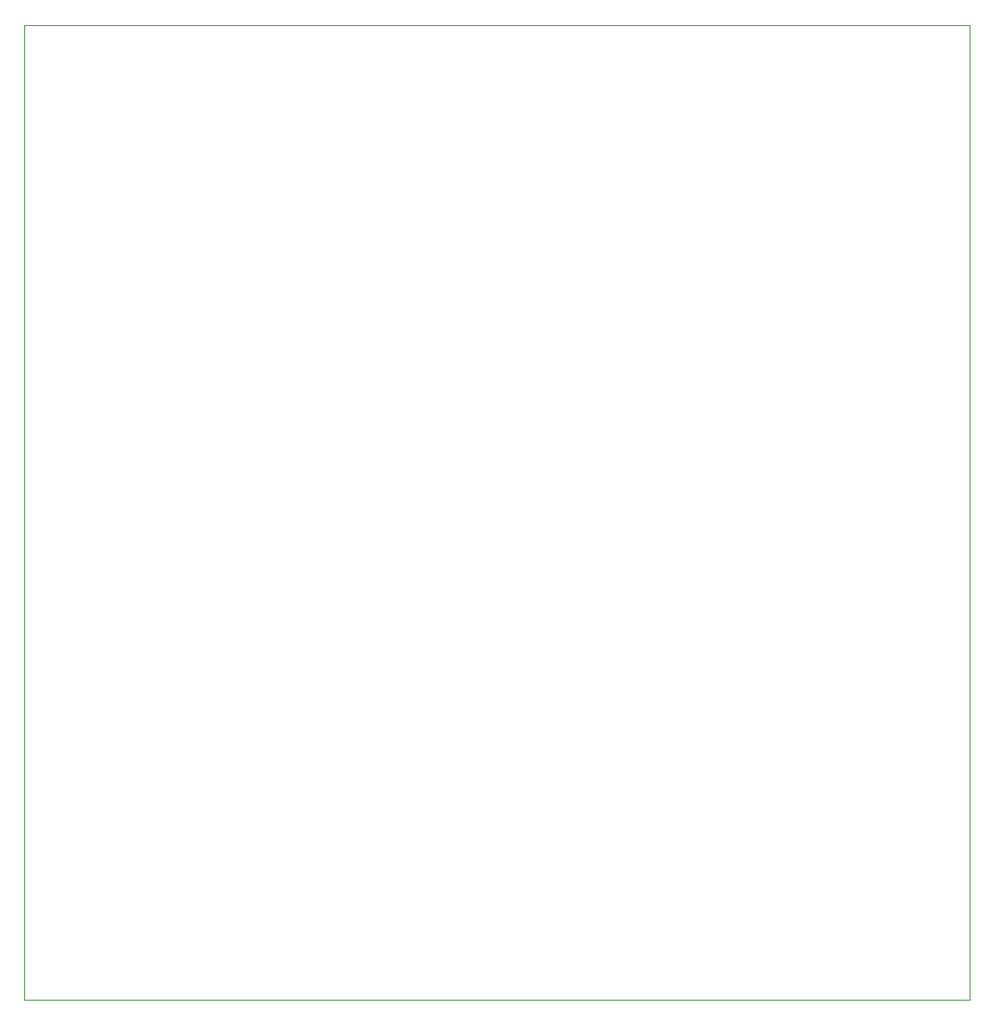
<source format=gbr>
G04 #@! TF.GenerationSoftware,KiCad,Pcbnew,(5.1.2)-2*
G04 #@! TF.CreationDate,2020-01-26T17:34:48+07:00*
G04 #@! TF.ProjectId,power_electronic,706f7765-725f-4656-9c65-6374726f6e69,rev?*
G04 #@! TF.SameCoordinates,Original*
G04 #@! TF.FileFunction,Profile,NP*
%FSLAX46Y46*%
G04 Gerber Fmt 4.6, Leading zero omitted, Abs format (unit mm)*
G04 Created by KiCad (PCBNEW (5.1.2)-2) date 2020-01-26 17:34:48*
%MOMM*%
%LPD*%
G04 APERTURE LIST*
%ADD10C,0.050000*%
G04 APERTURE END LIST*
D10*
X82042000Y-141732000D02*
X83058000Y-141732000D01*
X82042000Y-46482000D02*
X82042000Y-141732000D01*
X83058000Y-46482000D02*
X82042000Y-46482000D01*
X83058000Y-141732000D02*
X85852000Y-141732000D01*
X84836000Y-46482000D02*
X83058000Y-46482000D01*
X85852000Y-46482000D02*
X84836000Y-46482000D01*
X174498000Y-141732000D02*
X85852000Y-141732000D01*
X174498000Y-140462000D02*
X174498000Y-141732000D01*
X174498000Y-138176000D02*
X174498000Y-140462000D01*
X174498000Y-46482000D02*
X85852000Y-46482000D01*
X174498000Y-138176000D02*
X174498000Y-46482000D01*
M02*

</source>
